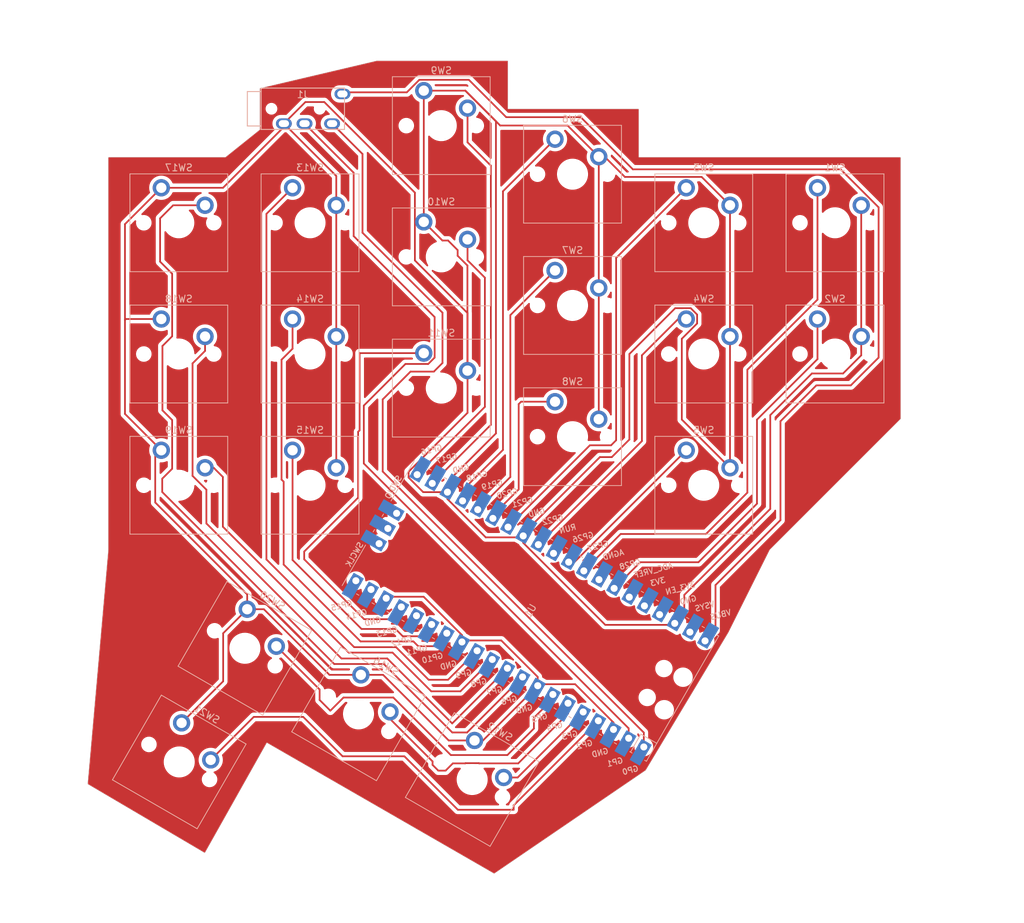
<source format=kicad_pcb>
(kicad_pcb (version 20221018) (generator pcbnew)
  (layers (0 "F.Cu" signal) (31 "B.Cu" signal) (34 "B.Paste" user) (35 "F.Paste" user) (36 "B.SilkS" user "B.Silkscreen") (37 "F.SilkS" user "F.Silkscreen") (38 "B.Mask" user) (39 "F.Mask" user) (44 "Edge.Cuts" user))
  (net 0 "")
  (net 1 "9")
  (net 2 "10")
  (net 3 "11")
  (net 4 "13")
  (net 5 "16")
  (net 6 "17")
  (net 7 "18")
  (net 8 "19")
  (net 9 "20")
  (net 10 "27")
  (net 11 "28")
  (net 12 "21")
  (net 13 "22")
  (net 14 "26")
  (net 15 "GND")
  (net 16 "3v3")
  (net 28 "0")
  (net 29 "1")
  (net 30 "3")
  (net 31 "4")
  (net 32 "6")
  (net 33 "7")
  (net 34 "8")
  (net 35 "5")
  (net 36 "2")
  (footprint "MJ-4PP-9:MJ-4PP-9" (layer "B.Cu") (at 130.125 39.117944)
    (fp_text reference "J1")
    (fp_text value "MJ-4PP-9")
  )
  (footprint "ScottoKeebs_MX:MX_PCB_1.00u" (layer "B.Cu") (at 207.375 55.617944 180)
    (fp_text reference "SW1")
    (fp_text value "CherryMX")
  )
  (footprint "ScottoKeebs_MX:MX_PCB_1.00u" (layer "B.Cu") (at 207.375 74.667944 180)
    (fp_text reference "SW2")
    (fp_text value "CherryMX")
  )
  (footprint "ScottoKeebs_MX:MX_PCB_1.00u" (layer "B.Cu") (at 188.325 55.617944 180)
    (fp_text reference "SW3")
    (fp_text value "CherryMX")
  )
  (footprint "ScottoKeebs_MX:MX_PCB_1.00u" (layer "B.Cu") (at 188.325 74.667944 180)
    (fp_text reference "SW4")
    (fp_text value "CherryMX")
  )
  (footprint "ScottoKeebs_MX:MX_PCB_1.00u" (layer "B.Cu") (at 188.325 93.717944 180)
    (fp_text reference "SW5")
    (fp_text value "CherryMX")
  )
  (footprint "ScottoKeebs_MX:MX_PCB_1.00u" (layer "B.Cu") (at 169.275 48.567944 180)
    (fp_text reference "SW6")
    (fp_text value "CherryMX")
  )
  (footprint "ScottoKeebs_MX:MX_PCB_1.00u" (layer "B.Cu") (at 169.275 67.617944 180)
    (fp_text reference "SW7")
    (fp_text value "CherryMX")
  )
  (footprint "ScottoKeebs_MX:MX_PCB_1.00u" (layer "B.Cu") (at 169.275 86.667944 180)
    (fp_text reference "SW8")
    (fp_text value "CherryMX")
  )
  (footprint "ScottoKeebs_MX:MX_PCB_1.00u" (layer "B.Cu") (at 150.225 41.517944 180)
    (fp_text reference "SW9")
    (fp_text value "CherryMX")
  )
  (footprint "ScottoKeebs_MX:MX_PCB_1.00u" (layer "B.Cu") (at 150.225 60.567944 180)
    (fp_text reference "SW10")
    (fp_text value "CherryMX")
  )
  (footprint "ScottoKeebs_MX:MX_PCB_1.00u" (layer "B.Cu") (at 150.225 79.617944 180)
    (fp_text reference "SW11")
    (fp_text value "CherryMX")
  )
  (footprint "ScottoKeebs_MX:MX_PCB_1.00u" (layer "B.Cu") (at 154.710141 136.432511 150)
    (fp_text reference "SW12")
    (fp_text value "CherryMX")
  )
  (footprint "ScottoKeebs_MX:MX_PCB_1.00u" (layer "B.Cu") (at 131.175 55.617944 180)
    (fp_text reference "SW13")
    (fp_text value "CherryMX")
  )
  (footprint "ScottoKeebs_MX:MX_PCB_1.00u" (layer "B.Cu") (at 131.175 74.667944 180)
    (fp_text reference "SW14")
    (fp_text value "CherryMX")
  )
  (footprint "ScottoKeebs_MX:MX_PCB_1.00u" (layer "B.Cu") (at 131.175 93.717944 180)
    (fp_text reference "SW15")
    (fp_text value "CherryMX")
  )
  (footprint "ScottoKeebs_MX:MX_PCB_1.00u" (layer "B.Cu") (at 138.212357 126.907511 150)
    (fp_text reference "SW16")
    (fp_text value "CherryMX")
  )
  (footprint "ScottoKeebs_MX:MX_PCB_1.00u" (layer "B.Cu") (at 112.125 55.617944 180)
    (fp_text reference "SW17")
    (fp_text value "CherryMX")
  )
  (footprint "ScottoKeebs_MX:MX_PCB_1.00u" (layer "B.Cu") (at 112.125 74.667944 180)
    (fp_text reference "SW18")
    (fp_text value "CherryMX")
  )
  (footprint "ScottoKeebs_MX:MX_PCB_1.00u" (layer "B.Cu") (at 112.125 93.717944 180)
    (fp_text reference "SW19")
    (fp_text value "CherryMX")
  )
  (footprint "ScottoKeebs_MX:MX_PCB_1.00u" (layer "B.Cu") (at 121.714573 117.382511 150)
    (fp_text reference "SW20")
    (fp_text value "CherryMX")
  )
  (footprint "ScottoKeebs_MX:MX_PCB_1.00u" (layer "B.Cu") (at 112.189573 133.880295 150)
    (fp_text reference "SW21")
    (fp_text value "CherryMX")
  )
  (footprint "MCU_RaspberryPi_and_Boards:RPi_Pico_SMD_TH" (layer "B.Cu") (at 163.169912 111.941028 60)
    (fp_text reference "U1")
    (fp_text value "Pico")
  )
  (gr_poly (pts (xy 216.9 46.092944) (xy 178.9 46.092944) (xy 178.9 39.092944) (xy 159.9 39.092944) (xy 159.9 32.092944) (xy 140.9 32.092944) (xy 123.9 36.092944) (xy 123.9 42.092944) (xy 118.9 46.092944) (xy 101.9 46.092944) (xy 101.9 103.092944) (xy 98.9 137.092944) (xy 115.9 147.092944) (xy 124.9 131.092944) (xy 157.9 150.092944) (xy 179.9 135.092944) (xy 191.9 115.092944) (xy 197.9 103.092944) (xy 216.9 84.092944)) (stroke (width 0.05)) (fill none) (layer "Edge.Cuts"))
  (segment (start 128.635 50.537944) (end 124.845 54.327944) (width 0.25) (layer "F.Cu") (net 1))
  (segment (start 128.635 50.537944) (end 128.67 50.572944) (width 0.25) (layer "F.Cu") (net 1))
  (segment (start 124.845 104.485) (end 137.58 117.22) (width 0.25) (layer "F.Cu") (net 1))
  (segment (start 137.58 117.22) (end 143.66 117.22) (width 0.25) (layer "F.Cu") (net 1))
  (segment (start 124.845 54.327944) (end 124.845 104.485) (width 0.25) (layer "F.Cu") (net 1))
  (segment (start 143.66 117.22) (end 148.392944 121.952944) (width 0.25) (layer "F.Cu") (net 1))
  (segment (start 151.207405 121.952944) (end 155.425355 117.734994) (width 0.25) (layer "F.Cu") (net 1))
  (segment (start 148.392944 121.952944) (end 151.207405 121.952944) (width 0.25) (layer "F.Cu") (net 1))
  (segment (start 151.025946 115.624054) (end 149.57 117.08) (width 0.25) (layer "F.Cu") (net 2))
  (segment (start 146.87 117.08) (end 146.18 116.39) (width 0.25) (layer "F.Cu") (net 2))
  (segment (start 128.635 73.895711) (end 128.635 69.587944) (width 0.25) (layer "F.Cu") (net 2))
  (segment (start 138.51 116.39) (end 127.345 105.225) (width 0.25) (layer "F.Cu") (net 2))
  (segment (start 127.038884 92.894061) (end 127.038884 75.491827) (width 0.25) (layer "F.Cu") (net 2))
  (segment (start 149.57 117.08) (end 146.87 117.08) (width 0.25) (layer "F.Cu") (net 2))
  (segment (start 127.345 105.225) (end 127.345 93.200177) (width 0.25) (layer "F.Cu") (net 2))
  (segment (start 127.038884 75.491827) (end 128.635 73.895711) (width 0.25) (layer "F.Cu") (net 2))
  (segment (start 127.345 93.200177) (end 127.038884 92.894061) (width 0.25) (layer "F.Cu") (net 2))
  (segment (start 146.18 116.39) (end 138.51 116.39) (width 0.25) (layer "F.Cu") (net 2))
  (segment (start 151.025946 115.194994) (end 151.025946 115.624054) (width 0.25) (layer "F.Cu") (net 2))
  (segment (start 144.64 115.64) (end 143.58 114.58) (width 0.25) (layer "F.Cu") (net 3))
  (segment (start 128.635 104.565) (end 128.635 88.637944) (width 0.25) (layer "F.Cu") (net 3))
  (segment (start 148.826242 113.924994) (end 147.111236 115.64) (width 0.25) (layer "F.Cu") (net 3))
  (segment (start 138.65 114.58) (end 128.635 104.565) (width 0.25) (layer "F.Cu") (net 3))
  (segment (start 147.111236 115.64) (end 144.64 115.64) (width 0.25) (layer "F.Cu") (net 3))
  (segment (start 143.58 114.58) (end 138.65 114.58) (width 0.25) (layer "F.Cu") (net 3))
  (segment (start 128.67 88.602944) (end 128.635 88.637944) (width 0.25) (layer "F.Cu") (net 3))
  (segment (start 147.685 74.537944) (end 138.37 74.537944) (width 0.25) (layer "F.Cu") (net 4))
  (segment (start 130.33 103.342944) (end 130.33 104.467984) (width 0.25) (layer "F.Cu") (net 4))
  (segment (start 138.37 74.537944) (end 138.37 85.742944) (width 0.25) (layer "F.Cu") (net 4))
  (segment (start 139.021977 113.159961) (end 142.651866 113.159961) (width 0.25) (layer "F.Cu") (net 4))
  (segment (start 138.156938 85.956006) (end 138.156938 95.516006) (width 0.25) (layer "F.Cu") (net 4))
  (segment (start 138.37 85.742944) (end 138.156938 85.956006) (width 0.25) (layer "F.Cu") (net 4))
  (segment (start 130.33 104.467984) (end 139.021977 113.159961) (width 0.25) (layer "F.Cu") (net 4))
  (segment (start 142.651866 113.159961) (end 144.426833 111.384994) (width 0.25) (layer "F.Cu") (net 4))
  (segment (start 138.156938 95.516006) (end 130.33 103.342944) (width 0.25) (layer "F.Cu") (net 4))
  (segment (start 156.555 63.585711) (end 154.035 61.065711) (width 0.25) (layer "F.Cu") (net 5))
  (segment (start 154.035 61.065711) (end 154.035 58.027944) (width 0.25) (layer "F.Cu") (net 5))
  (segment (start 156.555 82.339781) (end 156.555 63.585711) (width 0.25) (layer "F.Cu") (net 5))
  (segment (start 146.717719 92.177062) (end 156.555 82.339781) (width 0.25) (layer "F.Cu") (net 5))
  (segment (start 154.035 43.936701) (end 154.035 38.977944) (width 0.25) (layer "F.Cu") (net 6))
  (segment (start 148.917424 93.447062) (end 157.42 84.944486) (width 0.25) (layer "F.Cu") (net 6))
  (segment (start 157.42 84.944486) (end 157.42 47.321701) (width 0.25) (layer "F.Cu") (net 6))
  (segment (start 157.42 47.321701) (end 154.035 43.936701) (width 0.25) (layer "F.Cu") (net 6))
  (segment (start 159.18 51.042944) (end 166.735 43.487944) (width 0.25) (layer "F.Cu") (net 7))
  (segment (start 159.18 88.586053) (end 159.18 51.042944) (width 0.25) (layer "F.Cu") (net 7))
  (segment (start 154.07 95.233895) (end 154.07 93.696053) (width 0.25) (layer "F.Cu") (net 7))
  (segment (start 154.07 93.696053) (end 159.18 88.586053) (width 0.25) (layer "F.Cu") (net 7))
  (segment (start 153.316833 95.987062) (end 154.07 95.233895) (width 0.25) (layer "F.Cu") (net 7))
  (segment (start 160.25 69.022944) (end 166.735 62.537944) (width 0.25) (layer "F.Cu") (net 8))
  (segment (start 160.25 92.523599) (end 160.25 69.022944) (width 0.25) (layer "F.Cu") (net 8))
  (segment (start 155.516537 97.257062) (end 160.25 92.523599) (width 0.25) (layer "F.Cu") (net 8))
  (segment (start 161.46 81.942944) (end 161.815 81.587944) (width 0.25) (layer "F.Cu") (net 9))
  (segment (start 157.716242 98.527062) (end 157.716242 98.063758) (width 0.25) (layer "F.Cu") (net 9))
  (segment (start 161.815 81.587944) (end 166.735 81.587944) (width 0.25) (layer "F.Cu") (net 9))
  (segment (start 161.46 94.32) (end 161.46 81.942944) (width 0.25) (layer "F.Cu") (net 9))
  (segment (start 157.716242 98.063758) (end 161.46 94.32) (width 0.25) (layer "F.Cu") (net 9))
  (segment (start 204.835 66.767944) (end 194.655 76.947944) (width 0.25) (layer "F.Cu") (net 10))
  (segment (start 194.655 94.787944) (end 188.65 100.792944) (width 0.25) (layer "F.Cu") (net 10))
  (segment (start 188.65 100.792944) (end 176.268587 100.792944) (width 0.25) (layer "F.Cu") (net 10))
  (segment (start 204.835 50.537944) (end 204.835 66.767944) (width 0.25) (layer "F.Cu") (net 10))
  (segment (start 176.268587 100.792944) (end 170.914469 106.147062) (width 0.25) (layer "F.Cu") (net 10))
  (segment (start 194.655 76.947944) (end 194.655 94.787944) (width 0.25) (layer "F.Cu") (net 10))
  (segment (start 187.55 104.892944) (end 179.107996 104.892944) (width 0.25) (layer "F.Cu") (net 11))
  (segment (start 204.835 69.587944) (end 204.835 75.407944) (width 0.25) (layer "F.Cu") (net 11))
  (segment (start 196.05 96.392944) (end 187.55 104.892944) (width 0.25) (layer "F.Cu") (net 11))
  (segment (start 204.835 75.407944) (end 196.05 84.192944) (width 0.25) (layer "F.Cu") (net 11))
  (segment (start 196.05 84.192944) (end 196.05 96.392944) (width 0.25) (layer "F.Cu") (net 11))
  (segment (start 179.107996 104.892944) (end 175.313878 108.687062) (width 0.25) (layer "F.Cu") (net 11))
  (segment (start 174.872767 87.917944) (end 175.605 87.185711) (width 0.25) (layer "F.Cu") (net 12))
  (segment (start 175.605 60.717944) (end 185.785 50.537944) (width 0.25) (layer "F.Cu") (net 12))
  (segment (start 159.915946 99.797062) (end 171.795064 87.917944) (width 0.25) (layer "F.Cu") (net 12))
  (segment (start 171.795064 87.917944) (end 174.872767 87.917944) (width 0.25) (layer "F.Cu") (net 12))
  (segment (start 175.605 87.185711) (end 175.605 60.717944) (width 0.25) (layer "F.Cu") (net 12))
  (segment (start 184.612056 69.587944) (end 179.35 74.85) (width 0.25) (layer "F.Cu") (net 13))
  (segment (start 185.785 69.587944) (end 184.612056 69.587944) (width 0.25) (layer "F.Cu") (net 13))
  (segment (start 179.35 74.85) (end 179.35 87.302417) (width 0.25) (layer "F.Cu") (net 13))
  (segment (start 179.35 87.302417) (end 164.315355 102.337062) (width 0.25) (layer "F.Cu") (net 13))
  (segment (start 185.785 88.637944) (end 169.545882 104.877062) (width 0.25) (layer "F.Cu") (net 14))
  (segment (start 169.545882 104.877062) (end 168.714764 104.877062) (width 0.25) (layer "F.Cu") (net 14))
  (segment (start 187.36 70.233604) (end 187.36 68.942284) (width 0.25) (layer "F.Cu") (net 15))
  (segment (start 109.585 50.537944) (end 104.31 55.812944) (width 0.25) (layer "F.Cu") (net 15))
  (segment (start 138.552652 121.238102) (end 133.995158 121.238102) (width 0.25) (layer "F.Cu") (net 15))
  (segment (start 108.704479 89.518465) (end 108.704479 96.217423) (width 0.25) (layer "F.Cu") (net 15))
  (segment (start 164.224173 122.814994) (end 164.440294 122.598873) (width 0.25) (layer "F.Cu") (net 15))
  (segment (start 162.115651 102.069221) (end 162.115651 101.067062) (width 0.25) (layer "F.Cu") (net 15))
  (segment (start 153.225651 115.462836) (end 153.225651 116.464994) (width 0.25) (layer "F.Cu") (net 15))
  (segment (start 211.185 53.077944) (end 211.185 72.127944) (width 0.25) (layer "F.Cu") (net 15))
  (segment (start 204.022792 77.492944) (end 208.545153 77.492944) (width 0.25) (layer "F.Cu") (net 15))
  (segment (start 104.31 83.362944) (end 109.585 88.637944) (width 0.25) (layer "F.Cu") (net 15))
  (segment (start 153.225651 116.464994) (end 153.441772 116.248873) (width 0.25) (layer "F.Cu") (net 15))
  (segment (start 162.115651 101.067062) (end 161.89953 101.283183) (width 0.25) (layer "F.Cu") (net 15))
  (segment (start 154.035 77.077944) (end 154.035 83.199727) (width 0.25) (layer "F.Cu") (net 15))
  (segment (start 208.545153 77.492944) (end 211.185 74.853097) (width 0.25) (layer "F.Cu") (net 15))
  (segment (start 150.39 58.192944) (end 147.685 55.487944) (width 0.25) (layer "F.Cu") (net 15))
  (segment (start 185.5 109.63) (end 197.98 97.15) (width 0.25) (layer "F.Cu") (net 15))
  (segment (start 104.31 55.812944) (end 104.31 69.702944) (width 0.25) (layer "F.Cu") (net 15))
  (segment (start 184.112696 113.767062) (end 184.112696 113.247304) (width 0.25) (layer "F.Cu") (net 15))
  (segment (start 104.425 69.587944) (end 104.31 69.702944) (width 0.25) (layer "F.Cu") (net 15))
  (segment (start 151.117128 95.71922) (end 151.117128 94.717062) (width 0.25) (layer "F.Cu") (net 15))
  (segment (start 188.02 48.962944) (end 192.135 53.077944) (width 0.25) (layer "F.Cu") (net 15))
  (segment (start 156.681091 101.283183) (end 151.117128 95.71922) (width 0.25) (layer "F.Cu") (net 15))
  (segment (start 197.98 97.15) (end 197.98 83.535736) (width 0.25) (layer "F.Cu") (net 15))
  (segment (start 168.557056 41.5) (end 158.777716 41.5) (width 0.25) (layer "F.Cu") (net 15))
  (segment (start 108.704479 96.217423) (end 122.054868 109.567812) (width 0.25) (layer "F.Cu") (net 15))
  (segment (start 158.16 40.882284) (end 153.71566 36.437944) (width 0.25) (layer "F.Cu") (net 15))
  (segment (start 147.661688 109.898873) (end 153.225651 115.462836) (width 0.25) (layer "F.Cu") (net 15))
  (segment (start 158.935929 116.248873) (end 164.224173 121.537117) (width 0.25) (layer "F.Cu") (net 15))
  (segment (start 155.050436 130.763102) (end 156.276065 130.763102) (width 0.25) (layer "F.Cu") (net 15))
  (segment (start 158.777716 41.5) (end 153.71566 36.437944) (width 0.25) (layer "F.Cu") (net 15))
  (segment (start 161.89953 101.283183) (end 156.681091 101.283183) (width 0.25) (layer "F.Cu") (net 15))
  (segment (start 169.658733 122.598873) (end 175.222696 128.162836) (width 0.25) (layer "F.Cu") (net 15))
  (segment (start 151.303102 130.763102) (end 155.050436 130.763102) (width 0.25) (layer "F.Cu") (net 15))
  (segment (start 118.545 50.537944) (end 109.585 50.537944) (width 0.25) (layer "F.Cu") (net 15))
  (segment (start 156.276065 130.763102) (end 164.224173 122.814994) (width 0.25) (layer "F.Cu") (net 15))
  (segment (start 142.227128 110.114994) (end 142.443249 109.898873) (width 0.25) (layer "F.Cu") (net 15))
  (segment (start 146.395 51.245) (end 133.242944 38.092944) (width 0.25) (layer "F.Cu") (net 15))
  (segment (start 154.035 68.725711) (end 146.395 61.085711) (width 0.25) (layer "F.Cu") (net 15))
  (segment (start 173.937944 46.027944) (end 176.872944 48.962944) (width 0.25) (layer "F.Cu") (net 15))
  (segment (start 185.5 111.86) (end 185.5 109.63) (width 0.25) (layer "F.Cu") (net 15))
  (segment (start 173.085 46.027944) (end 173.937944 46.027944) (width 0.25) (layer "F.Cu") (net 15))
  (segment (start 104.31 69.702944) (end 104.31 83.362944) (width 0.25) (layer "F.Cu") (net 15))
  (segment (start 134.985 53.077944) (end 134.985 91.177944) (width 0.25) (layer "F.Cu") (net 15))
  (segment (start 152.6 60.402944) (end 152.6 59.584187) (width 0.25) (layer "F.Cu") (net 15))
  (segment (start 154.02 61.822944) (end 152.6 60.402944) (width 0.25) (layer "F.Cu") (net 15))
  (segment (start 174.98 89.63) (end 173.25 89.63) (width 0.25) (layer "F.Cu") (net 15))
  (segment (start 153.441772 116.248873) (end 158.935929 116.248873) (width 0.25) (layer "F.Cu") (net 15))
  (segment (start 109.585 69.587944) (end 104.425 69.587944) (width 0.25) (layer "F.Cu") (net 15))
  (segment (start 142.443249 109.898873) (end 147.661688 109.898873) (width 0.25) (layer "F.Cu") (net 15))
  (segment (start 151.303546 93.046454) (end 158.16 86.19) (width 0.25) (layer "F.Cu") (net 15))
  (segment (start 124.470158 111.713102) (end 122.054868 111.713102) (width 0.25) (layer "F.Cu") (net 15))
  (segment (start 192.135 53.077944) (end 192.135 91.177944) (width 0.25) (layer "F.Cu") (net 15))
  (segment (start 133.242944 38.092944) (end 130.5 38.092944) (width 0.25) (layer "F.Cu") (net 15))
  (segment (start 173.085 46.027944) (end 173.085 84.127944) (width 0.25) (layer "F.Cu") (net 15))
  (segment (start 130.5 38.092944) (end 127.375 41.217944) (width 0.25) (layer "F.Cu") (net 15))
  (segment (start 186.43066 68.012944) (end 184.183604 68.012944) (width 0.25) (layer "F.Cu") (net 15))
  (segment (start 154.02 77.062944) (end 154.02 61.822944) (width 0.25) (layer "F.Cu") (net 15))
  (segment (start 146.395 61.085711) (end 146.395 51.245) (width 0.25) (layer "F.Cu") (net 15))
  (segment (start 145.48 92.599397) (end 147.597665 94.717062) (width 0.25) (layer "F.Cu") (net 15))
  (segment (start 134.985 48.827944) (end 127.375 41.217944) (width 0.25) (layer "F.Cu") (net 15))
  (segment (start 177.53 87.08) (end 174.98 89.63) (width 0.25) (layer "F.Cu") (net 15))
  (segment (start 153.71566 36.437944) (end 147.685 36.437944) (width 0.25) (layer "F.Cu") (net 15))
  (segment (start 133.995158 121.238102) (end 124.470158 111.713102) (width 0.25) (layer "F.Cu") (net 15))
  (segment (start 211.185 74.853097) (end 211.185 72.127944) (width 0.25) (layer "F.Cu") (net 15))
  (segment (start 177.53 74.666548) (end 177.53 87.08) (width 0.25) (layer "F.Cu") (net 15))
  (segment (start 173.085 46.027944) (end 168.557056 41.5) (width 0.25) (layer "F.Cu") (net 15))
  (segment (start 175.222696 128.162836) (end 175.222696 129.164994) (width 0.25) (layer "F.Cu") (net 15))
  (segment (start 141.778102 121.238102) (end 151.303102 130.763102) (width 0.25) (layer "F.Cu") (net 15))
  (segment (start 176.872944 48.962944) (end 188.02 48.962944) (width 0.25) (layer "F.Cu") (net 15))
  (segment (start 118.565164 122.17559) (end 118.565164 115.202806) (width 0.25) (layer "F.Cu") (net 15))
  (segment (start 154.035 77.077944) (end 154.02 77.062944) (width 0.25) (layer "F.Cu") (net 15))
  (segment (start 122.054868 109.567812) (end 122.054868 111.713102) (width 0.25) (layer "F.Cu") (net 15))
  (segment (start 184.183604 68.012944) (end 177.53 74.666548) (width 0.25) (layer "F.Cu") (net 15))
  (segment (start 164.440294 122.598873) (end 169.658733 122.598873) (width 0.25) (layer "F.Cu") (net 15))
  (segment (start 173.25 89.63) (end 162.115651 100.764349) (width 0.25) (layer "F.Cu") (net 15))
  (segment (start 152.6 59.584187) (end 151.208757 58.192944) (width 0.25) (layer "F.Cu") (net 15))
  (segment (start 183.896575 113.983183) (end 174.029613 113.983183) (width 0.25) (layer "F.Cu") (net 15))
  (segment (start 187.36 68.942284) (end 186.43066 68.012944) (width 0.25) (layer "F.Cu") (net 15))
  (segment (start 127.375 41.217944) (end 127.375 41.707944) (width 0.25) (layer "F.Cu") (net 15))
  (segment (start 162.115651 100.764349) (end 162.115651 101.067062) (width 0.25) (layer "F.Cu") (net 15))
  (segment (start 134.985 53.077944) (end 134.985 48.827944) (width 0.25) (layer "F.Cu") (net 15))
  (segment (start 185.13934 72.454264) (end 187.36 70.233604) (width 0.25) (layer "F.Cu") (net 15))
  (segment (start 151.208757 58.192944) (end 150.39 58.192944) (width 0.25) (layer "F.Cu") (net 15))
  (segment (start 145.48 91.754727) (end 145.48 92.599397) (width 0.25) (layer "F.Cu") (net 15))
  (segment (start 151.117128 94.717062) (end 151.303546 94.530644) (width 0.25) (layer "F.Cu") (net 15))
  (segment (start 127.375 41.707944) (end 118.545 50.537944) (width 0.25) (layer "F.Cu") (net 15))
  (segment (start 158.16 86.19) (end 158.16 40.882284) (width 0.25) (layer "F.Cu") (net 15))
  (segment (start 118.565164 115.202806) (end 122.054868 111.713102) (width 0.25) (layer "F.Cu") (net 15))
  (segment (start 147.685 36.437944) (end 147.685 55.487944) (width 0.25) (layer "F.Cu") (net 15))
  (segment (start 112.529868 128.210886) (end 118.565164 122.17559) (width 0.25) (layer "F.Cu") (net 15))
  (segment (start 192.135 91.177944) (end 185.13934 84.182284) (width 0.25) (layer "F.Cu") (net 15))
  (segment (start 185.13934 84.182284) (end 185.13934 72.454264) (width 0.25) (layer "F.Cu") (net 15))
  (segment (start 164.224173 121.537117) (end 164.224173 122.814994) (width 0.25) (layer "F.Cu") (net 15))
  (segment (start 151.303546 94.530644) (end 151.303546 93.046454) (width 0.25) (layer "F.Cu") (net 15))
  (segment (start 154.035 83.199727) (end 145.48 91.754727) (width 0.25) (layer "F.Cu") (net 15))
  (segment (start 184.112696 113.247304) (end 185.5 111.86) (width 0.25) (layer "F.Cu") (net 15))
  (segment (start 147.597665 94.717062) (end 151.117128 94.717062) (width 0.25) (layer "F.Cu") (net 15))
  (segment (start 174.029613 113.983183) (end 162.115651 102.069221) (width 0.25) (layer "F.Cu") (net 15))
  (segment (start 109.585 88.637944) (end 108.704479 89.518465) (width 0.25) (layer "F.Cu") (net 15))
  (segment (start 154.035 77.077944) (end 154.035 68.725711) (width 0.25) (layer "F.Cu") (net 15))
  (segment (start 184.112696 113.767062) (end 183.896575 113.983183) (width 0.25) (layer "F.Cu") (net 15))
  (segment (start 197.98 83.535736) (end 204.022792 77.492944) (width 0.25) (layer "F.Cu") (net 15))
  (segment (start 138.552652 121.238102) (end 141.778102 121.238102) (width 0.25) (layer "F.Cu") (net 15))
  (segment (start 145.21934 36.682944) (end 136.11 36.682944) (width 0.25) (layer "F.Cu") (net 16))
  (segment (start 154.222944 34.862944) (end 147.03934 34.862944) (width 0.25) (layer "F.Cu") (net 16))
  (segment (start 204.67 79.22) (end 209.670711 79.22) (width 0.25) (layer "F.Cu") (net 16))
  (segment (start 190.03 108.21) (end 199.46 98.78) (width 0.25) (layer "F.Cu") (net 16))
  (segment (start 147.03934 34.862944) (end 145.21934 36.682944) (width 0.25) (layer "F.Cu") (net 16))
  (segment (start 136.11 36.682944) (end 135.875 36.917944) (width 0.25) (layer "F.Cu") (net 16))
  (segment (start 190.03 114.789167) (end 190.03 108.21) (width 0.25) (layer "F.Cu") (net 16))
  (segment (start 199.46 84.43) (end 204.67 79.22) (width 0.25) (layer "F.Cu") (net 16))
  (segment (start 199.46 98.78) (end 199.46 84.43) (width 0.25) (layer "F.Cu") (net 16))
  (segment (start 170.467056 40.29) (end 159.65 40.29) (width 0.25) (layer "F.Cu") (net 16))
  (segment (start 213.705 53.377284) (end 208.19066 47.862944) (width 0.25) (layer "F.Cu") (net 16))
  (segment (start 208.19066 47.862944) (end 178.04 47.862944) (width 0.25) (layer "F.Cu") (net 16))
  (segment (start 159.65 40.29) (end 154.222944 34.862944) (width 0.25) (layer "F.Cu") (net 16))
  (segment (start 209.670711 79.22) (end 213.705 75.185711) (width 0.25) (layer "F.Cu") (net 16))
  (segment (start 188.512105 116.307062) (end 190.03 114.789167) (width 0.25) (layer "F.Cu") (net 16))
  (segment (start 178.04 47.862944) (end 170.467056 40.29) (width 0.25) (layer "F.Cu") (net 16))
  (segment (start 213.705 75.185711) (end 213.705 53.377284) (width 0.25) (layer "F.Cu") (net 16))
  (segment (start 179.622105 129.622105) (end 141.72 91.72) (width 0.25) (layer "F.Cu") (net 28))
  (segment (start 149.15 77.22) (end 150.4 75.97) (width 0.25) (layer "F.Cu") (net 28))
  (segment (start 179.622105 131.704994) (end 179.622105 129.622105) (width 0.25) (layer "F.Cu") (net 28))
  (segment (start 141.72 81.26) (end 145.76 77.22) (width 0.25) (layer "F.Cu") (net 28))
  (segment (start 138.79 57.06) (end 138.79 45.632944) (width 0.25) (layer "F.Cu") (net 28))
  (segment (start 141.72 91.72) (end 141.72 81.26) (width 0.25) (layer "F.Cu") (net 28))
  (segment (start 145.76 77.22) (end 149.15 77.22) (width 0.25) (layer "F.Cu") (net 28))
  (segment (start 150.4 75.97) (end 150.4 68.67) (width 0.25) (layer "F.Cu") (net 28))
  (segment (start 150.4 68.67) (end 138.79 57.06) (width 0.25) (layer "F.Cu") (net 28))
  (segment (start 138.79 45.632944) (end 134.375 41.217944) (width 0.25) (layer "F.Cu") (net 28))
  (segment (start 177.4224 129.0024) (end 138.98 90.56) (width 0.25) (layer "F.Cu") (net 29))
  (segment (start 177.4224 130.434994) (end 177.4224 129.0024) (width 0.25) (layer "F.Cu") (net 29))
  (segment (start 145.02 76.112944) (end 148.33066 76.112944) (width 0.25) (layer "F.Cu") (net 29))
  (segment (start 137.505 48.347944) (end 130.375 41.217944) (width 0.25) (layer "F.Cu") (net 29))
  (segment (start 149.26 69.302944) (end 137.505 57.547944) (width 0.25) (layer "F.Cu") (net 29))
  (segment (start 138.98 82.152944) (end 145.02 76.112944) (width 0.25) (layer "F.Cu") (net 29))
  (segment (start 137.505 57.547944) (end 137.505 48.347944) (width 0.25) (layer "F.Cu") (net 29))
  (segment (start 148.33066 76.112944) (end 149.26 75.183604) (width 0.25) (layer "F.Cu") (net 29))
  (segment (start 138.98 90.56) (end 138.98 82.152944) (width 0.25) (layer "F.Cu") (net 29))
  (segment (start 149.26 75.183604) (end 149.26 69.302944) (width 0.25) (layer "F.Cu") (net 29))
  (segment (start 159.279698 136.137806) (end 161.310475 136.137806) (width 0.25) (layer "F.Cu") (net 30))
  (segment (start 161.310475 136.137806) (end 170.823287 126.624994) (width 0.25) (layer "F.Cu") (net 30))
  (segment (start 151.901876 134.09) (end 153.693895 134.09) (width 0.25) (layer "F.Cu") (net 31))
  (segment (start 161.392944 134.09) (end 168.623582 126.859362) (width 0.25) (layer "F.Cu") (net 31))
  (segment (start 153.693895 134.09) (end 153.726384 134.057511) (width 0.25) (layer "F.Cu") (net 31))
  (segment (start 150.849365 135.142511) (end 151.901876 134.09) (width 0.25) (layer "F.Cu") (net 31))
  (segment (start 153.726384 134.057511) (end 155.693898 134.057511) (width 0.25) (layer "F.Cu") (net 31))
  (segment (start 148.96 133.81) (end 148.96 134.309546) (width 0.25) (layer "F.Cu") (net 31))
  (segment (start 149.792965 135.142511) (end 150.849365 135.142511) (width 0.25) (layer "F.Cu") (net 31))
  (segment (start 155.726387 134.09) (end 161.392944 134.09) (width 0.25) (layer "F.Cu") (net 31))
  (segment (start 168.623582 126.859362) (end 168.623582 125.354994) (width 0.25) (layer "F.Cu") (net 31))
  (segment (start 148.96 134.309546) (end 149.792965 135.142511) (width 0.25) (layer "F.Cu") (net 31))
  (segment (start 155.693898 134.057511) (end 155.726387 134.09) (width 0.25) (layer "F.Cu") (net 31))
  (segment (start 142.781914 127.631914) (end 148.96 133.81) (width 0.25) (layer "F.Cu") (net 31))
  (segment (start 142.781914 126.612806) (end 142.781914 127.631914) (width 0.25) (layer "F.Cu") (net 31))
  (segment (start 134.680158 119.663102) (end 141.883102 119.663102) (width 0.25) (layer "F.Cu") (net 32))
  (segment (start 162.024469 121.544994) (end 160.7 122.869463) (width 0.25) (layer "F.Cu") (net 32))
  (segment (start 111.16 63.012944) (end 111.16 72.092944) (width 0.25) (layer "F.Cu") (net 32))
  (segment (start 151.822944 129.602944) (end 153.966519 129.602944) (width 0.25) (layer "F.Cu") (net 32))
  (segment (start 111.16 91.324187) (end 109.72 92.764187) (width 0.25) (layer "F.Cu") (net 32))
  (segment (start 109.72 94.702944) (end 134.680158 119.663102) (width 0.25) (layer "F.Cu") (net 32))
  (segment (start 141.883102 119.663102) (end 151.822944 129.602944) (width 0.25) (layer "F.Cu") (net 32))
  (segment (start 109.41 61.262944) (end 111.16 63.012944) (width 0.25) (layer "F.Cu") (net 32))
  (segment (start 109.75 82.842944) (end 111.16 84.252944) (width 0.25) (layer "F.Cu") (net 32))
  (segment (start 111.306243 53.077944) (end 109.41 54.974187) (width 0.25) (layer "F.Cu") (net 32))
  (segment (start 109.72 92.764187) (end 109.72 94.702944) (width 0.25) (layer "F.Cu") (net 32))
  (segment (start 111.16 72.092944) (end 109.75 73.502944) (width 0.25) (layer "F.Cu") (net 32))
  (segment (start 111.16 84.252944) (end 111.16 91.324187) (width 0.25) (layer "F.Cu") (net 32))
  (segment (start 115.935 53.077944) (end 111.306243 53.077944) (width 0.25) (layer "F.Cu") (net 32))
  (segment (start 109.41 54.974187) (end 109.41 61.262944) (width 0.25) (layer "F.Cu") (net 32))
  (segment (start 153.966519 129.602944) (end 162.024469 121.544994) (width 0.25) (layer "F.Cu") (net 32))
  (segment (start 109.75 73.502944) (end 109.75 82.842944) (width 0.25) (layer "F.Cu") (net 32))
  (segment (start 114.12 92.354187) (end 116.13 94.364187) (width 0.25) (layer "F.Cu") (net 33))
  (segment (start 114.12 76.031701) (end 114.12 92.354187) (width 0.25) (layer "F.Cu") (net 33))
  (segment (start 115.935 74.216701) (end 114.12 76.031701) (width 0.25) (layer "F.Cu") (net 33))
  (segment (start 135.732944 118.862944) (end 142.382944 118.862944) (width 0.25) (layer "F.Cu") (net 33))
  (segment (start 115.935 72.127944) (end 115.935 74.216701) (width 0.25) (layer "F.Cu") (net 33))
  (segment (start 151.809879 128.289879) (end 159.824764 120.274994) (width 0.25) (layer "F.Cu") (net 33))
  (segment (start 116.13 94.364187) (end 116.13 99.26) (width 0.25) (layer "F.Cu") (net 33))
  (segment (start 116.13 99.26) (end 135.732944 118.862944) (width 0.25) (layer "F.Cu") (net 33))
  (segment (start 142.382944 118.862944) (end 151.809879 128.289879) (width 0.25) (layer "F.Cu") (net 33))
  (segment (start 148.77 123.63) (end 153.000054 123.63) (width 0.25) (layer "F.Cu") (net 34))
  (segment (start 118.52 92.512944) (end 118.52 99.74) (width 0.25) (layer "F.Cu") (net 34))
  (segment (start 136.79 118.01) (end 143.15 118.01) (width 0.25) (layer "F.Cu") (net 34))
  (segment (start 118.52 99.74) (end 136.79 118.01) (width 0.25) (layer "F.Cu") (net 34))
  (segment (start 143.15 118.01) (end 148.77 123.63) (width 0.25) (layer "F.Cu") (net 34))
  (segment (start 115.935 91.177944) (end 117.185 91.177944) (width 0.25) (layer "F.Cu") (net 34))
  (segment (start 153.000054 123.63) (end 157.62506 119.004994) (width 0.25) (layer "F.Cu") (net 34))
  (segment (start 117.185 91.177944) (end 118.52 92.512944) (width 0.25) (layer "F.Cu") (net 34))
  (segment (start 126.28413 117.087806) (end 132.562948 123.366624) (width 0.25) (layer "F.Cu") (net 35))
  (segment (start 132.562948 123.366624) (end 132.562948 124.885892) (width 0.25) (layer "F.Cu") (net 35))
  (segment (start 136.030433 124.532511) (end 143.262511 124.532511) (width 0.25) (layer "F.Cu") (net 35))
  (segment (start 143.262511 124.532511) (end 151.61 132.88) (width 0.25) (layer "F.Cu") (net 35))
  (segment (start 132.562948 124.885892) (end 134.12 126.442944) (width 0.25) (layer "F.Cu") (net 35))
  (segment (start 159.822944 132.88) (end 163.67 129.032944) (width 0.25) (layer "F.Cu") (net 35))
  (segment (start 163.67 129.032944) (end 163.67 127.47) (width 0.25) (layer "F.Cu") (net 35))
  (segment (start 134.12 126.442944) (end 136.030433 124.532511) (width 0.25) (layer "F.Cu") (net 35))
  (segment (start 163.67 127.47) (end 166.423878 124.716122) (width 0.25) (layer "F.Cu") (net 35))
  (segment (start 151.61 132.88) (end 159.822944 132.88) (width 0.25) (layer "F.Cu") (net 35))
  (segment (start 166.423878 124.716122) (end 166.423878 124.084994) (width 0.25) (layer "F.Cu") (net 35))
  (segment (start 135.9 133.062944) (end 144.87 133.062944) (width 0.25) (layer "F.Cu") (net 36))
  (segment (start 160.73 140.822944) (end 160.73 140.187985) (width 0.25) (layer "F.Cu") (net 36))
  (segment (start 116.75913 133.58559) (end 123.001776 127.342944) (width 0.25) (layer "F.Cu") (net 36))
  (segment (start 160.73 140.187985) (end 173.022991 127.894994) (width 0.25) (layer "F.Cu") (net 36))
  (segment (start 144.87 133.062944) (end 152.63 140.822944) (width 0.25) (layer "F.Cu") (net 36))
  (segment (start 152.63 140.822944) (end 160.73 140.822944) (width 0.25) (layer "F.Cu") (net 36))
  (segment (start 130.18 127.342944) (end 135.9 133.062944) (width 0.25) (layer "F.Cu") (net 36))
  (segment (start 123.001776 127.342944) (end 130.18 127.342944) (width 0.25) (layer "F.Cu") (net 36))
  (zone (net 0) (net_name "") (layer "F.Cu") (connect_pads (clearance 0.508)) (min_thickness 0.25) (fill yes (thermal_gap 0.5) (thermal_bridge_width 0.5) (island_removal_mode 1) (island_area_min 10))
    (polygon (pts (xy 89.5 23.45) (xy 86.17 156.13) (xy 231.67 157.29) (xy 234.83 27.44) (xy 94.49 23.28)))
  )
)
</source>
